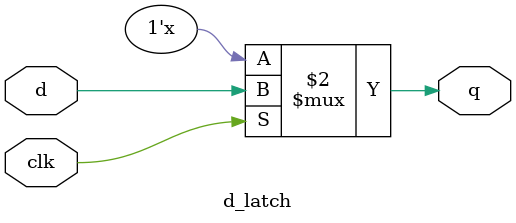
<source format=v>
module d_latch
(
  input clk,
  input d,
  output reg q
);
 always @ (clk or d)
 if(clk)
   q <= d;
  
endmodule
</source>
